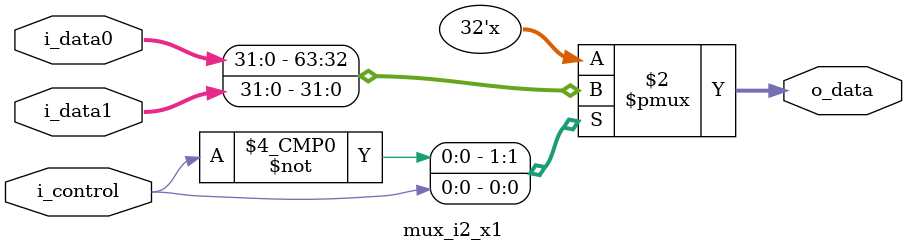
<source format=v>
module mux_i2_x1(i_data0, i_data1, i_control, o_data);

parameter DATA_WIDTH = 32;

input                  i_control;
input      [DATA_WIDTH-1:0] i_data0, i_data1; 
output reg [DATA_WIDTH-1:0] o_data;

always @* begin
    case (i_control)
        1'b0: o_data <= i_data0;
        1'b1: o_data <= i_data1;
        
        default: o_data <= {DATA_WIDTH{1'bZ}};
    endcase
end
  
endmodule

</source>
